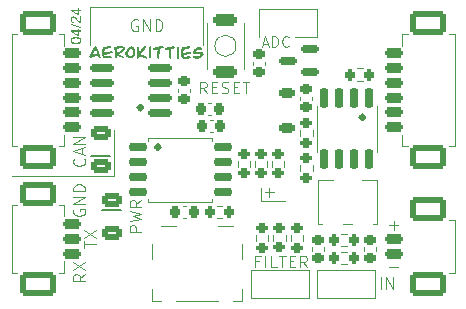
<source format=gto>
G04 #@! TF.GenerationSoftware,KiCad,Pcbnew,8.0.1*
G04 #@! TF.CreationDate,2024-03-30T02:10:16+03:00*
G04 #@! TF.ProjectId,Piezo module,5069657a-6f20-46d6-9f64-756c652e6b69,rev?*
G04 #@! TF.SameCoordinates,Original*
G04 #@! TF.FileFunction,Legend,Top*
G04 #@! TF.FilePolarity,Positive*
%FSLAX46Y46*%
G04 Gerber Fmt 4.6, Leading zero omitted, Abs format (unit mm)*
G04 Created by KiCad (PCBNEW 8.0.1) date 2024-03-30 02:10:16*
%MOMM*%
%LPD*%
G01*
G04 APERTURE LIST*
G04 Aperture macros list*
%AMRoundRect*
0 Rectangle with rounded corners*
0 $1 Rounding radius*
0 $2 $3 $4 $5 $6 $7 $8 $9 X,Y pos of 4 corners*
0 Add a 4 corners polygon primitive as box body*
4,1,4,$2,$3,$4,$5,$6,$7,$8,$9,$2,$3,0*
0 Add four circle primitives for the rounded corners*
1,1,$1+$1,$2,$3*
1,1,$1+$1,$4,$5*
1,1,$1+$1,$6,$7*
1,1,$1+$1,$8,$9*
0 Add four rect primitives between the rounded corners*
20,1,$1+$1,$2,$3,$4,$5,0*
20,1,$1+$1,$4,$5,$6,$7,0*
20,1,$1+$1,$6,$7,$8,$9,0*
20,1,$1+$1,$8,$9,$2,$3,0*%
%AMFreePoly0*
4,1,9,3.862500,-0.866500,0.737500,-0.866500,0.737500,-0.450000,-0.737500,-0.450000,-0.737500,0.450000,0.737500,0.450000,0.737500,0.866500,3.862500,0.866500,3.862500,-0.866500,3.862500,-0.866500,$1*%
G04 Aperture macros list end*
%ADD10C,0.120000*%
%ADD11C,0.100000*%
%ADD12C,0.350000*%
%ADD13C,0.150000*%
%ADD14C,0.000000*%
%ADD15R,1.500000X0.900000*%
%ADD16RoundRect,0.225000X-0.225000X-0.250000X0.225000X-0.250000X0.225000X0.250000X-0.225000X0.250000X0*%
%ADD17RoundRect,0.225000X-0.250000X0.225000X-0.250000X-0.225000X0.250000X-0.225000X0.250000X0.225000X0*%
%ADD18RoundRect,0.200000X-0.200000X-0.275000X0.200000X-0.275000X0.200000X0.275000X-0.200000X0.275000X0*%
%ADD19RoundRect,0.250000X-0.750000X-0.250000X0.750000X-0.250000X0.750000X0.250000X-0.750000X0.250000X0*%
%ADD20C,2.000000*%
%ADD21RoundRect,0.200000X0.275000X-0.200000X0.275000X0.200000X-0.275000X0.200000X-0.275000X-0.200000X0*%
%ADD22C,2.600000*%
%ADD23C,0.700000*%
%ADD24C,4.400000*%
%ADD25RoundRect,0.150000X-0.150000X0.725000X-0.150000X-0.725000X0.150000X-0.725000X0.150000X0.725000X0*%
%ADD26RoundRect,0.200000X0.600000X-0.200000X0.600000X0.200000X-0.600000X0.200000X-0.600000X-0.200000X0*%
%ADD27RoundRect,0.250001X1.249999X-0.799999X1.249999X0.799999X-1.249999X0.799999X-1.249999X-0.799999X0*%
%ADD28RoundRect,0.200000X-0.600000X0.200000X-0.600000X-0.200000X0.600000X-0.200000X0.600000X0.200000X0*%
%ADD29RoundRect,0.250001X-1.249999X0.799999X-1.249999X-0.799999X1.249999X-0.799999X1.249999X0.799999X0*%
%ADD30RoundRect,0.200000X-0.275000X0.200000X-0.275000X-0.200000X0.275000X-0.200000X0.275000X0.200000X0*%
%ADD31RoundRect,0.250000X0.625000X-0.375000X0.625000X0.375000X-0.625000X0.375000X-0.625000X-0.375000X0*%
%ADD32RoundRect,0.150000X0.825000X0.150000X-0.825000X0.150000X-0.825000X-0.150000X0.825000X-0.150000X0*%
%ADD33RoundRect,0.200000X0.200000X0.275000X-0.200000X0.275000X-0.200000X-0.275000X0.200000X-0.275000X0*%
%ADD34RoundRect,0.250000X-0.625000X0.375000X-0.625000X-0.375000X0.625000X-0.375000X0.625000X0.375000X0*%
%ADD35RoundRect,0.225000X0.425000X0.225000X-0.425000X0.225000X-0.425000X-0.225000X0.425000X-0.225000X0*%
%ADD36FreePoly0,180.000000*%
%ADD37C,0.500000*%
%ADD38R,0.400000X1.800000*%
%ADD39O,1.090000X2.000000*%
%ADD40O,1.050000X1.600000*%
%ADD41RoundRect,0.225000X0.250000X-0.225000X0.250000X0.225000X-0.250000X0.225000X-0.250000X-0.225000X0*%
%ADD42RoundRect,0.150000X0.587500X0.150000X-0.587500X0.150000X-0.587500X-0.150000X0.587500X-0.150000X0*%
%ADD43RoundRect,0.225000X0.225000X0.250000X-0.225000X0.250000X-0.225000X-0.250000X0.225000X-0.250000X0*%
%ADD44R,1.300000X1.600000*%
%ADD45R,2.000000X1.600000*%
%ADD46RoundRect,0.150000X-0.650000X-0.150000X0.650000X-0.150000X0.650000X0.150000X-0.650000X0.150000X0*%
%ADD47C,1.000000*%
%ADD48C,0.900000*%
G04 APERTURE END LIST*
D10*
X141726000Y-98995000D02*
X141726000Y-102880000D01*
X141726000Y-102880000D02*
X133054500Y-102880000D01*
D11*
X154289217Y-91691514D02*
X154717789Y-91691514D01*
X154203503Y-91948657D02*
X154503503Y-91048657D01*
X154503503Y-91048657D02*
X154803503Y-91948657D01*
X155103503Y-91948657D02*
X155103503Y-91048657D01*
X155103503Y-91048657D02*
X155317789Y-91048657D01*
X155317789Y-91048657D02*
X155446360Y-91091514D01*
X155446360Y-91091514D02*
X155532075Y-91177228D01*
X155532075Y-91177228D02*
X155574932Y-91262942D01*
X155574932Y-91262942D02*
X155617789Y-91434371D01*
X155617789Y-91434371D02*
X155617789Y-91562942D01*
X155617789Y-91562942D02*
X155574932Y-91734371D01*
X155574932Y-91734371D02*
X155532075Y-91820085D01*
X155532075Y-91820085D02*
X155446360Y-91905800D01*
X155446360Y-91905800D02*
X155317789Y-91948657D01*
X155317789Y-91948657D02*
X155103503Y-91948657D01*
X156517789Y-91862942D02*
X156474932Y-91905800D01*
X156474932Y-91905800D02*
X156346360Y-91948657D01*
X156346360Y-91948657D02*
X156260646Y-91948657D01*
X156260646Y-91948657D02*
X156132075Y-91905800D01*
X156132075Y-91905800D02*
X156046360Y-91820085D01*
X156046360Y-91820085D02*
X156003503Y-91734371D01*
X156003503Y-91734371D02*
X155960646Y-91562942D01*
X155960646Y-91562942D02*
X155960646Y-91434371D01*
X155960646Y-91434371D02*
X156003503Y-91262942D01*
X156003503Y-91262942D02*
X156046360Y-91177228D01*
X156046360Y-91177228D02*
X156132075Y-91091514D01*
X156132075Y-91091514D02*
X156260646Y-91048657D01*
X156260646Y-91048657D02*
X156346360Y-91048657D01*
X156346360Y-91048657D02*
X156474932Y-91091514D01*
X156474932Y-91091514D02*
X156517789Y-91134371D01*
X144032419Y-107621544D02*
X143032419Y-107621544D01*
X143032419Y-107621544D02*
X143032419Y-107240592D01*
X143032419Y-107240592D02*
X143080038Y-107145354D01*
X143080038Y-107145354D02*
X143127657Y-107097735D01*
X143127657Y-107097735D02*
X143222895Y-107050116D01*
X143222895Y-107050116D02*
X143365752Y-107050116D01*
X143365752Y-107050116D02*
X143460990Y-107097735D01*
X143460990Y-107097735D02*
X143508609Y-107145354D01*
X143508609Y-107145354D02*
X143556228Y-107240592D01*
X143556228Y-107240592D02*
X143556228Y-107621544D01*
X143032419Y-106716782D02*
X144032419Y-106478687D01*
X144032419Y-106478687D02*
X143318133Y-106288211D01*
X143318133Y-106288211D02*
X144032419Y-106097735D01*
X144032419Y-106097735D02*
X143032419Y-105859640D01*
X144032419Y-104907259D02*
X143556228Y-105240592D01*
X144032419Y-105478687D02*
X143032419Y-105478687D01*
X143032419Y-105478687D02*
X143032419Y-105097735D01*
X143032419Y-105097735D02*
X143080038Y-105002497D01*
X143080038Y-105002497D02*
X143127657Y-104954878D01*
X143127657Y-104954878D02*
X143222895Y-104907259D01*
X143222895Y-104907259D02*
X143365752Y-104907259D01*
X143365752Y-104907259D02*
X143460990Y-104954878D01*
X143460990Y-104954878D02*
X143508609Y-105002497D01*
X143508609Y-105002497D02*
X143556228Y-105097735D01*
X143556228Y-105097735D02*
X143556228Y-105478687D01*
X139159419Y-108931115D02*
X139159419Y-108359687D01*
X140159419Y-108645401D02*
X139159419Y-108645401D01*
X139159419Y-108121591D02*
X140159419Y-107454925D01*
X139159419Y-107454925D02*
X140159419Y-108121591D01*
X164275384Y-112446919D02*
X164275384Y-111446919D01*
X164751574Y-112446919D02*
X164751574Y-111446919D01*
X164751574Y-111446919D02*
X165323002Y-112446919D01*
X165323002Y-112446919D02*
X165323002Y-111446919D01*
G36*
X138545189Y-91102788D02*
G01*
X138597631Y-91106250D01*
X138646457Y-91112020D01*
X138691665Y-91120099D01*
X138752697Y-91136544D01*
X138805591Y-91158182D01*
X138850348Y-91185014D01*
X138886967Y-91217039D01*
X138915449Y-91254257D01*
X138935793Y-91296668D01*
X138947999Y-91344272D01*
X138952068Y-91397070D01*
X138947999Y-91449789D01*
X138935793Y-91497323D01*
X138915449Y-91539671D01*
X138886967Y-91576833D01*
X138850348Y-91608811D01*
X138805591Y-91635602D01*
X138752697Y-91657209D01*
X138691665Y-91673629D01*
X138646457Y-91681696D01*
X138597631Y-91687457D01*
X138545189Y-91690914D01*
X138489130Y-91692066D01*
X138432752Y-91690914D01*
X138380011Y-91687457D01*
X138330907Y-91681696D01*
X138285441Y-91673629D01*
X138224061Y-91657209D01*
X138170865Y-91635602D01*
X138125854Y-91608811D01*
X138089026Y-91576833D01*
X138060382Y-91539671D01*
X138039922Y-91497323D01*
X138027646Y-91449789D01*
X138023571Y-91397290D01*
X138122033Y-91397290D01*
X138128467Y-91442048D01*
X138150706Y-91484235D01*
X138184303Y-91515411D01*
X138203366Y-91527203D01*
X138244754Y-91544504D01*
X138289623Y-91555952D01*
X138333637Y-91563107D01*
X138383672Y-91568094D01*
X138428036Y-91570522D01*
X138476254Y-91571563D01*
X138488910Y-91571606D01*
X138537978Y-91570912D01*
X138583185Y-91568831D01*
X138634265Y-91564278D01*
X138679313Y-91557556D01*
X138725407Y-91546629D01*
X138768206Y-91529934D01*
X138773355Y-91527203D01*
X138812140Y-91498885D01*
X138840347Y-91459876D01*
X138852884Y-91412924D01*
X138853589Y-91397290D01*
X138847243Y-91352230D01*
X138825304Y-91309872D01*
X138792160Y-91278687D01*
X138773355Y-91266937D01*
X138732245Y-91249550D01*
X138687598Y-91238046D01*
X138643757Y-91230855D01*
X138593883Y-91225844D01*
X138549641Y-91223404D01*
X138501539Y-91222358D01*
X138488910Y-91222314D01*
X138439729Y-91223011D01*
X138394402Y-91225103D01*
X138343162Y-91229679D01*
X138297944Y-91236433D01*
X138251630Y-91247415D01*
X138208556Y-91264192D01*
X138203366Y-91266937D01*
X138164050Y-91295201D01*
X138135456Y-91334313D01*
X138122748Y-91381539D01*
X138122033Y-91397290D01*
X138023571Y-91397290D01*
X138023554Y-91397070D01*
X138027646Y-91344272D01*
X138039922Y-91296668D01*
X138060382Y-91254257D01*
X138089026Y-91217039D01*
X138125854Y-91185014D01*
X138170865Y-91158182D01*
X138224061Y-91136544D01*
X138285441Y-91120099D01*
X138330907Y-91112020D01*
X138380011Y-91106250D01*
X138432752Y-91102788D01*
X138489130Y-91101634D01*
X138545189Y-91102788D01*
G37*
G36*
X138726974Y-90525270D02*
G01*
X138938000Y-90525270D01*
X138938000Y-90641993D01*
X138726974Y-90641993D01*
X138726974Y-91029094D01*
X138628495Y-91029094D01*
X138060637Y-90641993D01*
X138208861Y-90641993D01*
X138628495Y-90920284D01*
X138628495Y-90641993D01*
X138208861Y-90641993D01*
X138060637Y-90641993D01*
X138023554Y-90616714D01*
X138023554Y-90525270D01*
X138628495Y-90525270D01*
X138628495Y-90402831D01*
X138726974Y-90402831D01*
X138726974Y-90525270D01*
G37*
G36*
X138037623Y-89995727D02*
G01*
X138938000Y-90257750D01*
X138938000Y-90347436D01*
X138037623Y-90085413D01*
X138037623Y-89995727D01*
G37*
G36*
X138938000Y-89358253D02*
G01*
X138938000Y-89958577D01*
X138892824Y-89954526D01*
X138848795Y-89942372D01*
X138805915Y-89922115D01*
X138782588Y-89907360D01*
X138743309Y-89876296D01*
X138711055Y-89845985D01*
X138676405Y-89809661D01*
X138645700Y-89774798D01*
X138613332Y-89735759D01*
X138599919Y-89718975D01*
X138567057Y-89678288D01*
X138536343Y-89641820D01*
X138502319Y-89603625D01*
X138471387Y-89571505D01*
X138434952Y-89538127D01*
X138426702Y-89531470D01*
X138388975Y-89506924D01*
X138343835Y-89489072D01*
X138300309Y-89481485D01*
X138280083Y-89480692D01*
X138233170Y-89485809D01*
X138190465Y-89503063D01*
X138164238Y-89523996D01*
X138138519Y-89561420D01*
X138125371Y-89604415D01*
X138122033Y-89645775D01*
X138127098Y-89690161D01*
X138144177Y-89733309D01*
X138164898Y-89762060D01*
X138199120Y-89790195D01*
X138242850Y-89808408D01*
X138290854Y-89816355D01*
X138290854Y-89936815D01*
X138246910Y-89930710D01*
X138199998Y-89917532D01*
X138157778Y-89897832D01*
X138120248Y-89871610D01*
X138096314Y-89848888D01*
X138067963Y-89812295D01*
X138046576Y-89770990D01*
X138032152Y-89724972D01*
X138024691Y-89674242D01*
X138023554Y-89643138D01*
X138026074Y-89594539D01*
X138033632Y-89550299D01*
X138048818Y-89504194D01*
X138070862Y-89464022D01*
X138095215Y-89434310D01*
X138133203Y-89402093D01*
X138175724Y-89379081D01*
X138222779Y-89365273D01*
X138267671Y-89360743D01*
X138274367Y-89360671D01*
X138321642Y-89364078D01*
X138366087Y-89374300D01*
X138407701Y-89391336D01*
X138446485Y-89415186D01*
X138481874Y-89444084D01*
X138516645Y-89477041D01*
X138548750Y-89510279D01*
X138583699Y-89548765D01*
X138613706Y-89583333D01*
X138645533Y-89621261D01*
X138653774Y-89631267D01*
X138685500Y-89669183D01*
X138721033Y-89709612D01*
X138751982Y-89742302D01*
X138787612Y-89775068D01*
X138825452Y-89795912D01*
X138825452Y-89358253D01*
X138938000Y-89358253D01*
G37*
G36*
X138726974Y-88773755D02*
G01*
X138938000Y-88773755D01*
X138938000Y-88890479D01*
X138726974Y-88890479D01*
X138726974Y-89277579D01*
X138628495Y-89277579D01*
X138060637Y-88890479D01*
X138208861Y-88890479D01*
X138628495Y-89168769D01*
X138628495Y-88890479D01*
X138208861Y-88890479D01*
X138060637Y-88890479D01*
X138023554Y-88865200D01*
X138023554Y-88773755D01*
X138628495Y-88773755D01*
X138628495Y-88651316D01*
X138726974Y-88651316D01*
X138726974Y-88773755D01*
G37*
X153995955Y-110083609D02*
X153662622Y-110083609D01*
X153662622Y-110607419D02*
X153662622Y-109607419D01*
X153662622Y-109607419D02*
X154138812Y-109607419D01*
X154519765Y-110607419D02*
X154519765Y-109607419D01*
X155472145Y-110607419D02*
X154995955Y-110607419D01*
X154995955Y-110607419D02*
X154995955Y-109607419D01*
X155662622Y-109607419D02*
X156234050Y-109607419D01*
X155948336Y-110607419D02*
X155948336Y-109607419D01*
X156567384Y-110083609D02*
X156900717Y-110083609D01*
X157043574Y-110607419D02*
X156567384Y-110607419D01*
X156567384Y-110607419D02*
X156567384Y-109607419D01*
X156567384Y-109607419D02*
X157043574Y-109607419D01*
X158043574Y-110607419D02*
X157710241Y-110131228D01*
X157472146Y-110607419D02*
X157472146Y-109607419D01*
X157472146Y-109607419D02*
X157853098Y-109607419D01*
X157853098Y-109607419D02*
X157948336Y-109655038D01*
X157948336Y-109655038D02*
X157995955Y-109702657D01*
X157995955Y-109702657D02*
X158043574Y-109797895D01*
X158043574Y-109797895D02*
X158043574Y-109940752D01*
X158043574Y-109940752D02*
X157995955Y-110035990D01*
X157995955Y-110035990D02*
X157948336Y-110083609D01*
X157948336Y-110083609D02*
X157853098Y-110131228D01*
X157853098Y-110131228D02*
X157472146Y-110131228D01*
X164990884Y-110586466D02*
X165752789Y-110586466D01*
X139262419Y-111184687D02*
X138786228Y-111518020D01*
X139262419Y-111756115D02*
X138262419Y-111756115D01*
X138262419Y-111756115D02*
X138262419Y-111375163D01*
X138262419Y-111375163D02*
X138310038Y-111279925D01*
X138310038Y-111279925D02*
X138357657Y-111232306D01*
X138357657Y-111232306D02*
X138452895Y-111184687D01*
X138452895Y-111184687D02*
X138595752Y-111184687D01*
X138595752Y-111184687D02*
X138690990Y-111232306D01*
X138690990Y-111232306D02*
X138738609Y-111279925D01*
X138738609Y-111279925D02*
X138786228Y-111375163D01*
X138786228Y-111375163D02*
X138786228Y-111756115D01*
X138262419Y-110851353D02*
X139262419Y-110184687D01*
X138262419Y-110184687D02*
X139262419Y-110851353D01*
X149539312Y-95882419D02*
X149205979Y-95406228D01*
X148967884Y-95882419D02*
X148967884Y-94882419D01*
X148967884Y-94882419D02*
X149348836Y-94882419D01*
X149348836Y-94882419D02*
X149444074Y-94930038D01*
X149444074Y-94930038D02*
X149491693Y-94977657D01*
X149491693Y-94977657D02*
X149539312Y-95072895D01*
X149539312Y-95072895D02*
X149539312Y-95215752D01*
X149539312Y-95215752D02*
X149491693Y-95310990D01*
X149491693Y-95310990D02*
X149444074Y-95358609D01*
X149444074Y-95358609D02*
X149348836Y-95406228D01*
X149348836Y-95406228D02*
X148967884Y-95406228D01*
X149967884Y-95358609D02*
X150301217Y-95358609D01*
X150444074Y-95882419D02*
X149967884Y-95882419D01*
X149967884Y-95882419D02*
X149967884Y-94882419D01*
X149967884Y-94882419D02*
X150444074Y-94882419D01*
X150825027Y-95834800D02*
X150967884Y-95882419D01*
X150967884Y-95882419D02*
X151205979Y-95882419D01*
X151205979Y-95882419D02*
X151301217Y-95834800D01*
X151301217Y-95834800D02*
X151348836Y-95787180D01*
X151348836Y-95787180D02*
X151396455Y-95691942D01*
X151396455Y-95691942D02*
X151396455Y-95596704D01*
X151396455Y-95596704D02*
X151348836Y-95501466D01*
X151348836Y-95501466D02*
X151301217Y-95453847D01*
X151301217Y-95453847D02*
X151205979Y-95406228D01*
X151205979Y-95406228D02*
X151015503Y-95358609D01*
X151015503Y-95358609D02*
X150920265Y-95310990D01*
X150920265Y-95310990D02*
X150872646Y-95263371D01*
X150872646Y-95263371D02*
X150825027Y-95168133D01*
X150825027Y-95168133D02*
X150825027Y-95072895D01*
X150825027Y-95072895D02*
X150872646Y-94977657D01*
X150872646Y-94977657D02*
X150920265Y-94930038D01*
X150920265Y-94930038D02*
X151015503Y-94882419D01*
X151015503Y-94882419D02*
X151253598Y-94882419D01*
X151253598Y-94882419D02*
X151396455Y-94930038D01*
X151825027Y-95358609D02*
X152158360Y-95358609D01*
X152301217Y-95882419D02*
X151825027Y-95882419D01*
X151825027Y-95882419D02*
X151825027Y-94882419D01*
X151825027Y-94882419D02*
X152301217Y-94882419D01*
X152586932Y-94882419D02*
X153158360Y-94882419D01*
X152872646Y-95882419D02*
X152872646Y-94882419D01*
X164990884Y-107038466D02*
X165752789Y-107038466D01*
X165371836Y-107419419D02*
X165371836Y-106657514D01*
X139167180Y-101407687D02*
X139214800Y-101455306D01*
X139214800Y-101455306D02*
X139262419Y-101598163D01*
X139262419Y-101598163D02*
X139262419Y-101693401D01*
X139262419Y-101693401D02*
X139214800Y-101836258D01*
X139214800Y-101836258D02*
X139119561Y-101931496D01*
X139119561Y-101931496D02*
X139024323Y-101979115D01*
X139024323Y-101979115D02*
X138833847Y-102026734D01*
X138833847Y-102026734D02*
X138690990Y-102026734D01*
X138690990Y-102026734D02*
X138500514Y-101979115D01*
X138500514Y-101979115D02*
X138405276Y-101931496D01*
X138405276Y-101931496D02*
X138310038Y-101836258D01*
X138310038Y-101836258D02*
X138262419Y-101693401D01*
X138262419Y-101693401D02*
X138262419Y-101598163D01*
X138262419Y-101598163D02*
X138310038Y-101455306D01*
X138310038Y-101455306D02*
X138357657Y-101407687D01*
X138976704Y-101026734D02*
X138976704Y-100550544D01*
X139262419Y-101121972D02*
X138262419Y-100788639D01*
X138262419Y-100788639D02*
X139262419Y-100455306D01*
X139262419Y-100121972D02*
X138262419Y-100121972D01*
X138262419Y-100121972D02*
X139262419Y-99550544D01*
X139262419Y-99550544D02*
X138262419Y-99550544D01*
X143710383Y-89654538D02*
X143615145Y-89606919D01*
X143615145Y-89606919D02*
X143472288Y-89606919D01*
X143472288Y-89606919D02*
X143329431Y-89654538D01*
X143329431Y-89654538D02*
X143234193Y-89749776D01*
X143234193Y-89749776D02*
X143186574Y-89845014D01*
X143186574Y-89845014D02*
X143138955Y-90035490D01*
X143138955Y-90035490D02*
X143138955Y-90178347D01*
X143138955Y-90178347D02*
X143186574Y-90368823D01*
X143186574Y-90368823D02*
X143234193Y-90464061D01*
X143234193Y-90464061D02*
X143329431Y-90559300D01*
X143329431Y-90559300D02*
X143472288Y-90606919D01*
X143472288Y-90606919D02*
X143567526Y-90606919D01*
X143567526Y-90606919D02*
X143710383Y-90559300D01*
X143710383Y-90559300D02*
X143758002Y-90511680D01*
X143758002Y-90511680D02*
X143758002Y-90178347D01*
X143758002Y-90178347D02*
X143567526Y-90178347D01*
X144186574Y-90606919D02*
X144186574Y-89606919D01*
X144186574Y-89606919D02*
X144758002Y-90606919D01*
X144758002Y-90606919D02*
X144758002Y-89606919D01*
X145234193Y-90606919D02*
X145234193Y-89606919D01*
X145234193Y-89606919D02*
X145472288Y-89606919D01*
X145472288Y-89606919D02*
X145615145Y-89654538D01*
X145615145Y-89654538D02*
X145710383Y-89749776D01*
X145710383Y-89749776D02*
X145758002Y-89845014D01*
X145758002Y-89845014D02*
X145805621Y-90035490D01*
X145805621Y-90035490D02*
X145805621Y-90178347D01*
X145805621Y-90178347D02*
X145758002Y-90368823D01*
X145758002Y-90368823D02*
X145710383Y-90464061D01*
X145710383Y-90464061D02*
X145615145Y-90559300D01*
X145615145Y-90559300D02*
X145472288Y-90606919D01*
X145472288Y-90606919D02*
X145234193Y-90606919D01*
X138308038Y-105678306D02*
X138260419Y-105773544D01*
X138260419Y-105773544D02*
X138260419Y-105916401D01*
X138260419Y-105916401D02*
X138308038Y-106059258D01*
X138308038Y-106059258D02*
X138403276Y-106154496D01*
X138403276Y-106154496D02*
X138498514Y-106202115D01*
X138498514Y-106202115D02*
X138688990Y-106249734D01*
X138688990Y-106249734D02*
X138831847Y-106249734D01*
X138831847Y-106249734D02*
X139022323Y-106202115D01*
X139022323Y-106202115D02*
X139117561Y-106154496D01*
X139117561Y-106154496D02*
X139212800Y-106059258D01*
X139212800Y-106059258D02*
X139260419Y-105916401D01*
X139260419Y-105916401D02*
X139260419Y-105821163D01*
X139260419Y-105821163D02*
X139212800Y-105678306D01*
X139212800Y-105678306D02*
X139165180Y-105630687D01*
X139165180Y-105630687D02*
X138831847Y-105630687D01*
X138831847Y-105630687D02*
X138831847Y-105821163D01*
X139260419Y-105202115D02*
X138260419Y-105202115D01*
X138260419Y-105202115D02*
X139260419Y-104630687D01*
X139260419Y-104630687D02*
X138260419Y-104630687D01*
X139260419Y-104154496D02*
X138260419Y-104154496D01*
X138260419Y-104154496D02*
X138260419Y-103916401D01*
X138260419Y-103916401D02*
X138308038Y-103773544D01*
X138308038Y-103773544D02*
X138403276Y-103678306D01*
X138403276Y-103678306D02*
X138498514Y-103630687D01*
X138498514Y-103630687D02*
X138688990Y-103583068D01*
X138688990Y-103583068D02*
X138831847Y-103583068D01*
X138831847Y-103583068D02*
X139022323Y-103630687D01*
X139022323Y-103630687D02*
X139117561Y-103678306D01*
X139117561Y-103678306D02*
X139212800Y-103773544D01*
X139212800Y-103773544D02*
X139260419Y-103916401D01*
X139260419Y-103916401D02*
X139260419Y-104154496D01*
D10*
X154164000Y-104963000D02*
X154164000Y-103873000D01*
X154164000Y-104963000D02*
X156207000Y-104963000D01*
X154461000Y-104263000D02*
X155241000Y-104263000D01*
X154851000Y-104653000D02*
X154851000Y-103873000D01*
X149805420Y-98144000D02*
X150086580Y-98144000D01*
X149805420Y-99164000D02*
X150086580Y-99164000D01*
X153451000Y-93177420D02*
X153451000Y-93458580D01*
X154471000Y-93177420D02*
X154471000Y-93458580D01*
X160947242Y-109277500D02*
X161421758Y-109277500D01*
X160947242Y-110322500D02*
X161421758Y-110322500D01*
D11*
X149539000Y-89925000D02*
X149539000Y-93775000D01*
X152739000Y-89925000D02*
X152739000Y-93775000D01*
X152039000Y-91850000D02*
G75*
G02*
X150239000Y-91850000I-900000J0D01*
G01*
X150239000Y-91850000D02*
G75*
G02*
X152039000Y-91850000I900000J0D01*
G01*
D10*
X158885500Y-110835000D02*
X158885500Y-113235000D01*
X158885500Y-113235000D02*
X163785500Y-113235000D01*
X163785500Y-110835000D02*
X158885500Y-110835000D01*
X163785500Y-113235000D02*
X163785500Y-110835000D01*
X155195000Y-108335258D02*
X155195000Y-107860742D01*
X156240000Y-108335258D02*
X156240000Y-107860742D01*
X139666500Y-88595000D02*
X149266500Y-88595000D01*
X139666500Y-91795000D02*
X139666500Y-88595000D01*
X149266500Y-88595000D02*
X149266500Y-91795000D01*
X158870500Y-98866000D02*
X158870500Y-96916000D01*
X158870500Y-98866000D02*
X158870500Y-100816000D01*
X163990500Y-98866000D02*
X163990500Y-96916000D01*
X163990500Y-98866000D02*
X163990500Y-100816000D01*
D12*
X162905500Y-97906000D02*
G75*
G02*
X162555500Y-97906000I-175000J0D01*
G01*
X162555500Y-97906000D02*
G75*
G02*
X162905500Y-97906000I175000J0D01*
G01*
D10*
X170090500Y-111050000D02*
X170540500Y-111050000D01*
X170540500Y-106580000D02*
X170090500Y-106580000D01*
X170540500Y-111050000D02*
X170540500Y-106580000D01*
X156688501Y-108337258D02*
X156688501Y-107862742D01*
X157733501Y-108337258D02*
X157733501Y-107862742D01*
X133054500Y-90880000D02*
X133054500Y-100350000D01*
X133054500Y-100350000D02*
X133504500Y-100350000D01*
X133504500Y-90880000D02*
X133054500Y-90880000D01*
X137024500Y-90880000D02*
X137474500Y-90880000D01*
X137024500Y-100350000D02*
X137474500Y-100350000D01*
X137474500Y-90880000D02*
X137474500Y-91830000D01*
X137474500Y-100350000D02*
X137474500Y-99400000D01*
X155089500Y-101594742D02*
X155089500Y-102069258D01*
X156134500Y-101594742D02*
X156134500Y-102069258D01*
D13*
X139791000Y-101165000D02*
X141391000Y-101165000D01*
D12*
X144101000Y-97085000D02*
G75*
G02*
X143751000Y-97085000I-175000J0D01*
G01*
X143751000Y-97085000D02*
G75*
G02*
X144101000Y-97085000I175000J0D01*
G01*
D10*
X153701499Y-108336258D02*
X153701499Y-107861742D01*
X154746499Y-108336258D02*
X154746499Y-107861742D01*
X161421758Y-107777500D02*
X160947242Y-107777500D01*
X161421758Y-108822500D02*
X160947242Y-108822500D01*
D13*
X142322000Y-105754000D02*
X140722000Y-105754000D01*
D10*
X153626500Y-102069258D02*
X153626500Y-101594742D01*
X154671500Y-102069258D02*
X154671500Y-101594742D01*
D14*
G36*
X144828264Y-91905337D02*
G01*
X144846939Y-91944775D01*
X144850396Y-91980455D01*
X144849746Y-92041720D01*
X144847856Y-92119875D01*
X144844931Y-92210638D01*
X144841177Y-92309726D01*
X144836799Y-92412858D01*
X144832003Y-92515750D01*
X144826995Y-92614120D01*
X144821981Y-92703685D01*
X144817165Y-92780163D01*
X144812754Y-92839272D01*
X144808953Y-92876729D01*
X144806842Y-92887598D01*
X144783591Y-92914317D01*
X144749758Y-92917157D01*
X144710817Y-92896185D01*
X144699974Y-92886285D01*
X144687510Y-92872214D01*
X144678238Y-92855527D01*
X144671412Y-92831585D01*
X144666287Y-92795748D01*
X144662115Y-92743377D01*
X144658152Y-92669835D01*
X144655347Y-92608788D01*
X144652331Y-92507402D01*
X144651528Y-92396676D01*
X144652875Y-92288053D01*
X144656306Y-92192980D01*
X144657880Y-92166590D01*
X144663649Y-92086436D01*
X144669040Y-92029760D01*
X144675171Y-91991246D01*
X144683156Y-91965579D01*
X144694113Y-91947444D01*
X144706765Y-91933819D01*
X144754762Y-91898750D01*
X144796400Y-91889625D01*
X144828264Y-91905337D01*
G37*
G36*
X147192396Y-91919752D02*
G01*
X147211071Y-91959191D01*
X147214527Y-91994870D01*
X147213878Y-92056135D01*
X147211987Y-92134290D01*
X147209062Y-92225053D01*
X147205308Y-92324142D01*
X147200931Y-92427273D01*
X147196135Y-92530165D01*
X147191127Y-92628535D01*
X147186112Y-92718100D01*
X147181297Y-92794579D01*
X147176885Y-92853688D01*
X147173084Y-92891145D01*
X147170974Y-92902013D01*
X147147722Y-92928732D01*
X147113889Y-92931572D01*
X147074949Y-92910600D01*
X147064105Y-92900700D01*
X147051642Y-92886630D01*
X147042370Y-92869943D01*
X147035544Y-92846000D01*
X147030419Y-92810163D01*
X147026247Y-92757793D01*
X147022284Y-92684250D01*
X147019479Y-92623203D01*
X147016462Y-92521817D01*
X147015660Y-92411091D01*
X147017007Y-92302469D01*
X147020437Y-92207396D01*
X147022011Y-92181005D01*
X147027780Y-92100852D01*
X147033172Y-92044175D01*
X147039302Y-92005661D01*
X147047288Y-91979995D01*
X147058245Y-91961860D01*
X147070897Y-91948235D01*
X147118894Y-91913165D01*
X147160532Y-91904041D01*
X147192396Y-91919752D01*
G37*
G36*
X145803690Y-91876550D02*
G01*
X145844765Y-91899575D01*
X145877268Y-91931513D01*
X145897728Y-91967102D01*
X145902675Y-92001076D01*
X145888639Y-92028169D01*
X145870248Y-92038724D01*
X145841403Y-92046120D01*
X145792873Y-92055584D01*
X145733561Y-92065429D01*
X145712681Y-92068541D01*
X145587550Y-92086625D01*
X145579425Y-92175377D01*
X145576252Y-92216964D01*
X145572120Y-92281420D01*
X145567372Y-92362813D01*
X145562351Y-92455211D01*
X145557402Y-92552682D01*
X145556462Y-92572035D01*
X145551388Y-92664811D01*
X145545648Y-92748979D01*
X145539651Y-92819862D01*
X145533810Y-92872782D01*
X145528533Y-92903061D01*
X145527037Y-92907194D01*
X145501333Y-92930591D01*
X145465815Y-92929781D01*
X145425647Y-92905193D01*
X145418212Y-92898167D01*
X145381931Y-92861886D01*
X145386433Y-92494167D01*
X145390934Y-92126449D01*
X145347688Y-92135956D01*
X145309307Y-92145998D01*
X145257871Y-92161416D01*
X145225157Y-92172007D01*
X145160157Y-92191144D01*
X145113499Y-92196831D01*
X145077719Y-92188479D01*
X145045355Y-92165499D01*
X145036647Y-92157123D01*
X145002805Y-92111923D01*
X144997191Y-92072055D01*
X145019737Y-92037231D01*
X145046743Y-92022948D01*
X145097161Y-92005011D01*
X145165979Y-91984571D01*
X145248183Y-91962779D01*
X145338757Y-91940789D01*
X145432689Y-91919751D01*
X145524964Y-91900819D01*
X145610569Y-91885145D01*
X145684488Y-91873879D01*
X145741709Y-91868176D01*
X145757513Y-91867706D01*
X145803690Y-91876550D01*
G37*
G36*
X146783940Y-91890966D02*
G01*
X146825015Y-91913990D01*
X146857518Y-91945929D01*
X146877978Y-91981517D01*
X146882925Y-92015491D01*
X146868889Y-92042585D01*
X146850497Y-92053139D01*
X146821652Y-92060536D01*
X146773123Y-92069999D01*
X146713811Y-92079845D01*
X146692931Y-92082957D01*
X146567799Y-92101040D01*
X146559675Y-92189793D01*
X146556502Y-92231379D01*
X146552370Y-92295835D01*
X146547621Y-92377228D01*
X146542601Y-92469627D01*
X146537652Y-92567098D01*
X146536712Y-92586451D01*
X146531638Y-92679226D01*
X146525897Y-92763394D01*
X146519901Y-92834277D01*
X146514059Y-92887197D01*
X146508783Y-92917477D01*
X146507287Y-92921610D01*
X146481583Y-92945006D01*
X146446065Y-92944197D01*
X146405896Y-92919609D01*
X146398462Y-92912582D01*
X146362181Y-92876301D01*
X146366683Y-92508583D01*
X146371184Y-92140864D01*
X146327938Y-92150372D01*
X146289557Y-92160413D01*
X146238121Y-92175831D01*
X146205407Y-92186423D01*
X146140407Y-92205559D01*
X146093749Y-92211246D01*
X146057969Y-92202894D01*
X146025605Y-92179914D01*
X146016897Y-92171539D01*
X145983054Y-92126338D01*
X145977441Y-92086471D01*
X145999987Y-92051646D01*
X146026992Y-92037364D01*
X146077411Y-92019427D01*
X146146229Y-91998986D01*
X146228433Y-91977195D01*
X146319007Y-91955204D01*
X146412939Y-91934167D01*
X146505214Y-91915235D01*
X146590819Y-91899560D01*
X146664738Y-91888295D01*
X146721959Y-91882591D01*
X146737763Y-91882121D01*
X146783940Y-91890966D01*
G37*
G36*
X143302482Y-91907150D02*
G01*
X143370647Y-91948498D01*
X143385217Y-91962302D01*
X143415976Y-92000070D01*
X143439149Y-92044747D01*
X143456432Y-92101872D01*
X143469523Y-92176986D01*
X143479671Y-92270589D01*
X143485664Y-92422380D01*
X143474117Y-92552023D01*
X143444655Y-92660535D01*
X143396905Y-92748928D01*
X143330495Y-92818220D01*
X143262479Y-92861184D01*
X143175835Y-92894942D01*
X143094554Y-92904282D01*
X143010074Y-92889492D01*
X142959494Y-92871319D01*
X142867010Y-92824762D01*
X142785063Y-92767185D01*
X142720597Y-92703963D01*
X142692741Y-92664785D01*
X142663155Y-92588773D01*
X142653188Y-92501094D01*
X142658618Y-92454440D01*
X142862822Y-92454440D01*
X142866423Y-92530181D01*
X142897377Y-92598140D01*
X142935337Y-92640782D01*
X143005684Y-92690442D01*
X143077157Y-92714395D01*
X143146309Y-92711992D01*
X143198086Y-92690381D01*
X143244412Y-92652648D01*
X143276144Y-92603259D01*
X143295643Y-92536844D01*
X143305270Y-92448034D01*
X143305353Y-92446484D01*
X143304953Y-92334941D01*
X143291618Y-92241636D01*
X143265980Y-92169657D01*
X143241340Y-92133925D01*
X143213364Y-92108825D01*
X143184605Y-92100101D01*
X143144778Y-92102744D01*
X143106900Y-92111463D01*
X143073466Y-92130014D01*
X143035795Y-92163951D01*
X143015245Y-92185616D01*
X142937322Y-92281650D01*
X142886485Y-92371427D01*
X142862822Y-92454440D01*
X142658618Y-92454440D01*
X142663574Y-92411864D01*
X142672199Y-92382009D01*
X142695160Y-92334523D01*
X142734494Y-92273425D01*
X142785565Y-92204229D01*
X142843739Y-92132451D01*
X142904380Y-92063604D01*
X142962852Y-92003203D01*
X143014521Y-91956762D01*
X143050558Y-91931887D01*
X143138272Y-91898466D01*
X143223635Y-91890346D01*
X143302482Y-91907150D01*
G37*
G36*
X140172679Y-91891734D02*
G01*
X140221004Y-91932504D01*
X140221237Y-91932770D01*
X140241659Y-91956792D01*
X140259309Y-91980370D01*
X140276137Y-92007504D01*
X140294093Y-92042196D01*
X140315127Y-92088447D01*
X140341191Y-92150260D01*
X140374235Y-92231635D01*
X140407852Y-92315627D01*
X140469028Y-92470846D01*
X140518268Y-92600046D01*
X140555641Y-92703422D01*
X140581214Y-92781165D01*
X140595055Y-92833471D01*
X140597802Y-92854769D01*
X140587261Y-92888482D01*
X140557882Y-92902467D01*
X140513030Y-92895387D01*
X140504101Y-92891989D01*
X140463142Y-92864847D01*
X140427848Y-92817241D01*
X140398523Y-92754255D01*
X140369995Y-92682178D01*
X140292894Y-92683858D01*
X140221586Y-92692953D01*
X140130163Y-92716800D01*
X140022502Y-92754157D01*
X139902477Y-92803785D01*
X139864202Y-92821081D01*
X139807076Y-92845867D01*
X139756717Y-92864982D01*
X139720947Y-92875567D01*
X139711749Y-92876786D01*
X139675631Y-92864449D01*
X139641543Y-92833989D01*
X139618591Y-92795230D01*
X139613948Y-92771276D01*
X139620540Y-92741032D01*
X139638947Y-92689706D01*
X139667117Y-92621493D01*
X139673758Y-92606519D01*
X139904852Y-92606519D01*
X139937791Y-92596588D01*
X139965354Y-92589751D01*
X140013634Y-92579169D01*
X140075026Y-92566472D01*
X140122092Y-92557126D01*
X140186081Y-92544497D01*
X140240313Y-92533524D01*
X140278038Y-92525590D01*
X140291431Y-92522466D01*
X140297051Y-92510921D01*
X140292444Y-92480463D01*
X140277006Y-92428349D01*
X140259861Y-92378711D01*
X140227438Y-92292436D01*
X140200477Y-92231348D01*
X140177433Y-92192666D01*
X140156760Y-92173610D01*
X140144117Y-92170430D01*
X140117974Y-92183828D01*
X140085167Y-92222314D01*
X140047191Y-92283321D01*
X140005543Y-92364286D01*
X139961719Y-92462643D01*
X139934968Y-92529025D01*
X139904852Y-92606519D01*
X139673758Y-92606519D01*
X139702997Y-92540586D01*
X139744535Y-92451180D01*
X139789677Y-92357469D01*
X139836372Y-92263648D01*
X139882566Y-92173910D01*
X139926207Y-92092451D01*
X139965242Y-92023464D01*
X139997618Y-91971144D01*
X140020514Y-91940508D01*
X140073459Y-91895696D01*
X140123839Y-91879451D01*
X140172679Y-91891734D01*
G37*
G36*
X149042060Y-91922651D02*
G01*
X149103001Y-91954418D01*
X149145786Y-92000181D01*
X149163905Y-92044246D01*
X149173506Y-92096834D01*
X149173962Y-92147616D01*
X149164647Y-92186265D01*
X149157688Y-92196378D01*
X149123417Y-92214079D01*
X149086751Y-92205500D01*
X149052843Y-92172186D01*
X149047158Y-92163222D01*
X149017132Y-92125436D01*
X148984846Y-92112804D01*
X148982801Y-92112768D01*
X148944026Y-92120168D01*
X148893474Y-92140188D01*
X148836058Y-92169562D01*
X148776691Y-92205019D01*
X148720285Y-92243294D01*
X148671754Y-92281116D01*
X148636010Y-92315219D01*
X148617966Y-92342334D01*
X148618365Y-92355197D01*
X148633361Y-92362082D01*
X148669956Y-92367088D01*
X148730148Y-92370346D01*
X148815935Y-92371985D01*
X148880784Y-92372246D01*
X148986231Y-92373006D01*
X149067287Y-92375866D01*
X149128365Y-92381693D01*
X149173878Y-92391357D01*
X149208238Y-92405726D01*
X149235860Y-92425668D01*
X149255940Y-92446069D01*
X149291250Y-92504758D01*
X149299051Y-92569006D01*
X149279706Y-92636989D01*
X149233577Y-92706884D01*
X149196512Y-92745865D01*
X149088005Y-92828947D01*
X148963992Y-92888455D01*
X148826667Y-92923570D01*
X148692069Y-92933640D01*
X148618076Y-92930610D01*
X148564222Y-92921303D01*
X148524846Y-92905742D01*
X148463605Y-92858437D01*
X148425189Y-92794484D01*
X148416292Y-92762852D01*
X148415192Y-92735163D01*
X148427301Y-92717619D01*
X148455949Y-92709585D01*
X148504463Y-92710427D01*
X148576173Y-92719510D01*
X148612726Y-92725414D01*
X148721311Y-92738532D01*
X148810555Y-92736921D01*
X148886405Y-92719703D01*
X148954805Y-92686001D01*
X148975720Y-92671859D01*
X149021717Y-92636984D01*
X149045019Y-92613311D01*
X149047682Y-92597254D01*
X149031760Y-92585229D01*
X149026640Y-92583038D01*
X149002507Y-92578691D01*
X148954512Y-92574310D01*
X148887624Y-92570122D01*
X148806809Y-92566353D01*
X148717037Y-92563230D01*
X148623274Y-92560979D01*
X148530489Y-92559826D01*
X148515708Y-92559757D01*
X148484618Y-92550380D01*
X148447795Y-92527257D01*
X148439137Y-92520004D01*
X148398836Y-92466233D01*
X148384217Y-92401791D01*
X148395704Y-92329907D01*
X148409763Y-92295450D01*
X148454837Y-92225008D01*
X148519904Y-92153337D01*
X148599262Y-92084327D01*
X148687207Y-92021872D01*
X148778034Y-91969863D01*
X148866040Y-91932193D01*
X148945521Y-91912752D01*
X148973273Y-91910952D01*
X149042060Y-91922651D01*
G37*
G36*
X141386331Y-91860357D02*
G01*
X141423202Y-91875193D01*
X141433855Y-91882091D01*
X141466800Y-91915150D01*
X141489230Y-91955473D01*
X141496756Y-91993262D01*
X141491810Y-92011453D01*
X141473417Y-92021318D01*
X141433342Y-92032770D01*
X141378535Y-92044010D01*
X141345524Y-92049320D01*
X141215644Y-92071752D01*
X141097907Y-92098909D01*
X140999200Y-92129107D01*
X140964949Y-92142345D01*
X140906841Y-92166698D01*
X140888604Y-92292834D01*
X140881257Y-92349905D01*
X140877105Y-92395358D01*
X140876705Y-92422274D01*
X140877846Y-92426448D01*
X140894588Y-92426837D01*
X140930465Y-92420256D01*
X140968606Y-92410593D01*
X141032838Y-92394005D01*
X141109938Y-92376252D01*
X141193318Y-92358611D01*
X141276391Y-92342361D01*
X141352568Y-92328778D01*
X141415262Y-92319141D01*
X141457884Y-92314728D01*
X141463604Y-92314584D01*
X141514415Y-92324461D01*
X141560603Y-92350016D01*
X141594110Y-92385135D01*
X141606882Y-92423328D01*
X141601882Y-92446982D01*
X141581638Y-92459738D01*
X141552824Y-92465693D01*
X141472776Y-92479777D01*
X141384075Y-92498490D01*
X141291148Y-92520560D01*
X141198420Y-92544715D01*
X141110317Y-92569682D01*
X141031264Y-92594191D01*
X140965689Y-92616969D01*
X140918016Y-92636744D01*
X140892672Y-92652244D01*
X140889969Y-92656186D01*
X140896915Y-92676638D01*
X140925397Y-92699049D01*
X140968743Y-92719440D01*
X141020041Y-92733782D01*
X141070635Y-92737452D01*
X141137608Y-92731418D01*
X141216358Y-92717323D01*
X141306319Y-92700259D01*
X141373286Y-92691549D01*
X141421883Y-92691268D01*
X141456733Y-92699493D01*
X141482459Y-92716300D01*
X141487977Y-92721820D01*
X141513427Y-92757884D01*
X141527171Y-92790294D01*
X141530845Y-92819639D01*
X141522983Y-92842051D01*
X141500061Y-92859306D01*
X141458555Y-92873181D01*
X141394942Y-92885455D01*
X141316600Y-92896508D01*
X141206234Y-92909533D01*
X141119328Y-92916692D01*
X141051119Y-92918021D01*
X140996848Y-92913559D01*
X140951753Y-92903343D01*
X140940299Y-92899520D01*
X140858462Y-92860931D01*
X140795027Y-92808716D01*
X140748611Y-92740240D01*
X140717829Y-92652864D01*
X140701295Y-92543949D01*
X140697397Y-92436819D01*
X140700113Y-92355203D01*
X140707400Y-92268264D01*
X140718296Y-92181737D01*
X140731843Y-92101360D01*
X140747080Y-92032866D01*
X140763046Y-91981993D01*
X140778024Y-91955198D01*
X140810946Y-91939412D01*
X140861147Y-91934997D01*
X140899366Y-91932335D01*
X140957343Y-91923658D01*
X141026968Y-91910350D01*
X141094773Y-91895104D01*
X141197721Y-91871979D01*
X141277814Y-91858587D01*
X141339276Y-91854767D01*
X141386331Y-91860357D01*
G37*
G36*
X148075094Y-91889188D02*
G01*
X148111965Y-91904024D01*
X148122618Y-91910922D01*
X148155563Y-91943981D01*
X148177993Y-91984304D01*
X148185519Y-92022093D01*
X148180573Y-92040284D01*
X148162180Y-92050149D01*
X148122105Y-92061601D01*
X148067298Y-92072841D01*
X148034287Y-92078151D01*
X147904407Y-92100583D01*
X147786670Y-92127739D01*
X147687963Y-92157938D01*
X147653712Y-92171176D01*
X147595604Y-92195529D01*
X147577366Y-92321664D01*
X147570020Y-92378736D01*
X147565868Y-92424189D01*
X147565468Y-92451105D01*
X147566608Y-92455279D01*
X147583351Y-92455668D01*
X147619228Y-92449087D01*
X147657369Y-92439424D01*
X147721601Y-92422836D01*
X147798700Y-92405083D01*
X147882081Y-92387442D01*
X147965153Y-92371192D01*
X148041331Y-92357609D01*
X148104024Y-92347972D01*
X148146647Y-92343559D01*
X148152367Y-92343415D01*
X148203178Y-92353292D01*
X148249365Y-92378847D01*
X148282872Y-92413966D01*
X148295645Y-92452159D01*
X148290645Y-92475813D01*
X148270401Y-92488569D01*
X148241587Y-92494524D01*
X148161539Y-92508608D01*
X148072838Y-92527321D01*
X147979910Y-92549391D01*
X147887182Y-92573545D01*
X147799079Y-92598513D01*
X147720027Y-92623022D01*
X147654452Y-92645800D01*
X147606779Y-92665575D01*
X147581435Y-92681075D01*
X147578732Y-92685017D01*
X147585677Y-92705468D01*
X147614160Y-92727880D01*
X147657506Y-92748271D01*
X147708804Y-92762613D01*
X147759398Y-92766283D01*
X147826370Y-92760249D01*
X147905121Y-92746154D01*
X147995082Y-92729090D01*
X148062049Y-92720380D01*
X148110646Y-92720098D01*
X148145496Y-92728324D01*
X148171222Y-92745131D01*
X148176740Y-92750651D01*
X148202190Y-92786715D01*
X148215934Y-92819124D01*
X148219608Y-92848470D01*
X148211746Y-92870882D01*
X148188824Y-92888136D01*
X148147318Y-92902012D01*
X148083705Y-92914286D01*
X148005363Y-92925339D01*
X147894997Y-92938364D01*
X147808091Y-92945523D01*
X147739882Y-92946852D01*
X147685611Y-92942390D01*
X147640516Y-92932174D01*
X147629062Y-92928351D01*
X147547225Y-92889761D01*
X147483790Y-92837547D01*
X147437374Y-92769071D01*
X147406591Y-92681694D01*
X147390057Y-92572780D01*
X147386160Y-92465650D01*
X147388876Y-92384034D01*
X147396162Y-92297095D01*
X147407059Y-92210568D01*
X147420606Y-92130190D01*
X147435842Y-92061697D01*
X147451809Y-92010823D01*
X147466787Y-91984029D01*
X147499709Y-91968243D01*
X147549910Y-91963828D01*
X147588129Y-91961166D01*
X147646106Y-91952489D01*
X147715731Y-91939181D01*
X147783535Y-91923935D01*
X147886484Y-91900810D01*
X147966577Y-91887418D01*
X148028039Y-91883598D01*
X148075094Y-91889188D01*
G37*
G36*
X144365491Y-91859374D02*
G01*
X144388125Y-91882704D01*
X144398069Y-91901431D01*
X144406947Y-91921124D01*
X144412216Y-91939322D01*
X144412294Y-91958594D01*
X144405604Y-91981508D01*
X144390563Y-92010634D01*
X144365593Y-92048540D01*
X144329113Y-92097796D01*
X144279544Y-92160970D01*
X144215304Y-92240631D01*
X144134815Y-92339349D01*
X144110206Y-92369463D01*
X144059306Y-92432334D01*
X144015912Y-92487060D01*
X143982874Y-92529957D01*
X143963040Y-92557338D01*
X143958621Y-92565621D01*
X143977594Y-92575391D01*
X144017681Y-92592473D01*
X144072816Y-92614553D01*
X144136936Y-92639319D01*
X144203977Y-92664456D01*
X144267876Y-92687651D01*
X144322568Y-92706590D01*
X144356134Y-92717276D01*
X144425415Y-92741822D01*
X144470257Y-92769384D01*
X144495021Y-92804293D01*
X144504068Y-92850882D01*
X144504385Y-92864521D01*
X144500132Y-92901115D01*
X144484372Y-92920441D01*
X144452608Y-92924119D01*
X144400340Y-92913774D01*
X144381854Y-92908709D01*
X144348491Y-92897786D01*
X144293648Y-92878192D01*
X144222621Y-92851939D01*
X144140708Y-92821041D01*
X144053206Y-92787512D01*
X143965412Y-92753363D01*
X143882624Y-92720609D01*
X143816048Y-92693690D01*
X143805156Y-92698042D01*
X143798932Y-92724480D01*
X143796592Y-92770732D01*
X143793184Y-92842400D01*
X143784794Y-92889895D01*
X143769813Y-92917677D01*
X143746638Y-92930205D01*
X143738676Y-92931562D01*
X143700184Y-92925600D01*
X143667169Y-92907627D01*
X143655971Y-92897950D01*
X143647409Y-92886882D01*
X143641060Y-92870639D01*
X143636503Y-92845439D01*
X143633316Y-92807499D01*
X143631079Y-92753037D01*
X143629368Y-92678270D01*
X143627764Y-92579415D01*
X143627324Y-92550127D01*
X143626316Y-92446769D01*
X143626298Y-92345082D01*
X143627200Y-92251348D01*
X143628950Y-92171853D01*
X143631477Y-92112880D01*
X143632440Y-92099335D01*
X143638550Y-92037472D01*
X143646197Y-91996367D01*
X143657932Y-91967964D01*
X143676303Y-91944207D01*
X143684079Y-91936191D01*
X143726101Y-91906148D01*
X143766046Y-91897988D01*
X143797856Y-91911543D01*
X143813909Y-91939783D01*
X143816885Y-91966617D01*
X143818450Y-92016108D01*
X143818550Y-92082114D01*
X143817133Y-92158493D01*
X143816078Y-92192053D01*
X143813865Y-92266564D01*
X143812818Y-92329010D01*
X143812951Y-92374634D01*
X143814278Y-92398678D01*
X143815442Y-92401077D01*
X143827269Y-92387729D01*
X143856446Y-92354296D01*
X143901471Y-92302507D01*
X143960843Y-92234093D01*
X144033061Y-92150782D01*
X144116625Y-92054304D01*
X144210033Y-91946389D01*
X144212631Y-91943387D01*
X144255506Y-91896298D01*
X144287313Y-91868455D01*
X144313706Y-91855620D01*
X144332852Y-91853290D01*
X144365491Y-91859374D01*
G37*
G36*
X142400328Y-91872209D02*
G01*
X142488159Y-91893329D01*
X142556865Y-91926588D01*
X142604213Y-91971564D01*
X142627971Y-92027835D01*
X142630378Y-92055173D01*
X142626321Y-92096712D01*
X142612607Y-92137558D01*
X142586921Y-92180391D01*
X142546949Y-92227889D01*
X142490376Y-92282732D01*
X142414888Y-92347598D01*
X142318169Y-92425167D01*
X142295219Y-92443107D01*
X142238711Y-92487763D01*
X142191510Y-92526272D01*
X142157759Y-92555162D01*
X142141605Y-92570957D01*
X142140798Y-92572550D01*
X142153221Y-92581870D01*
X142186523Y-92600546D01*
X142235449Y-92625759D01*
X142287601Y-92651282D01*
X142383328Y-92700841D01*
X142451967Y-92745153D01*
X142494599Y-92785111D01*
X142512307Y-92821608D01*
X142512466Y-92836903D01*
X142502272Y-92862207D01*
X142478991Y-92872122D01*
X142439474Y-92866505D01*
X142380570Y-92845212D01*
X142344213Y-92829258D01*
X142279384Y-92801674D01*
X142206646Y-92773808D01*
X142132684Y-92747881D01*
X142064184Y-92726113D01*
X142007829Y-92710726D01*
X141970306Y-92703940D01*
X141966524Y-92703801D01*
X141950337Y-92707418D01*
X141941862Y-92722768D01*
X141938735Y-92756602D01*
X141938437Y-92784034D01*
X141935820Y-92834170D01*
X141929112Y-92875801D01*
X141923515Y-92892149D01*
X141897049Y-92914682D01*
X141858601Y-92918386D01*
X141818808Y-92902305D01*
X141817869Y-92901627D01*
X141801785Y-92884375D01*
X141789215Y-92856797D01*
X141779778Y-92815755D01*
X141773096Y-92758107D01*
X141768790Y-92680712D01*
X141766479Y-92580430D01*
X141765796Y-92470293D01*
X141765664Y-92355694D01*
X141938822Y-92355694D01*
X141940042Y-92399450D01*
X141943395Y-92425609D01*
X141946219Y-92429908D01*
X141962616Y-92423955D01*
X141995335Y-92408858D01*
X142014693Y-92399290D01*
X142057616Y-92375061D01*
X142115477Y-92338943D01*
X142181514Y-92295542D01*
X142248964Y-92249464D01*
X142311068Y-92205315D01*
X142361064Y-92167699D01*
X142388920Y-92144369D01*
X142421202Y-92104031D01*
X142426770Y-92070493D01*
X142407315Y-92045619D01*
X142364529Y-92031275D01*
X142300102Y-92029324D01*
X142285623Y-92030502D01*
X142233245Y-92038755D01*
X142166189Y-92053688D01*
X142096979Y-92072434D01*
X142080776Y-92077390D01*
X141956429Y-92116482D01*
X141947558Y-92190306D01*
X141942620Y-92243974D01*
X141939695Y-92301486D01*
X141938822Y-92355694D01*
X141765664Y-92355694D01*
X141765452Y-92171915D01*
X141729066Y-92132654D01*
X141694334Y-92082989D01*
X141680227Y-92034355D01*
X141684243Y-92004468D01*
X141693990Y-91990143D01*
X141714301Y-91976534D01*
X141749321Y-91961992D01*
X141803195Y-91944865D01*
X141880068Y-91923501D01*
X141902399Y-91917560D01*
X142044407Y-91885904D01*
X142176220Y-91868075D01*
X142295605Y-91863651D01*
X142400328Y-91872209D01*
G37*
D10*
X144884500Y-109890000D02*
X144884500Y-108620000D01*
X144884500Y-113446000D02*
X144884500Y-112430000D01*
X145646500Y-113446000D02*
X144884500Y-113446000D01*
X146916500Y-107096000D02*
X145646500Y-107096000D01*
X146916500Y-113446000D02*
X150472500Y-113446000D01*
X151742500Y-107096000D02*
X150472500Y-107096000D01*
X152504500Y-109890000D02*
X152504500Y-108620000D01*
X152504500Y-113446000D02*
X151742500Y-113446000D01*
X152504500Y-113446000D02*
X152504500Y-112430000D01*
X149667420Y-96681000D02*
X149948580Y-96681000D01*
X149667420Y-97701000D02*
X149948580Y-97701000D01*
X166120500Y-90880000D02*
X166120500Y-91830000D01*
X166120500Y-100350000D02*
X166120500Y-99400000D01*
X166570500Y-90880000D02*
X166120500Y-90880000D01*
X166570500Y-100350000D02*
X166120500Y-100350000D01*
X170090500Y-100350000D02*
X170540500Y-100350000D01*
X170540500Y-90880000D02*
X170090500Y-90880000D01*
X170540500Y-100350000D02*
X170540500Y-90880000D01*
X150871258Y-105421500D02*
X150396742Y-105421500D01*
X150871258Y-106466500D02*
X150396742Y-106466500D01*
X153343500Y-110835000D02*
X153343500Y-113235000D01*
X153343500Y-113235000D02*
X158243500Y-113235000D01*
X158243500Y-110835000D02*
X153343500Y-110835000D01*
X158243500Y-113235000D02*
X158243500Y-110835000D01*
X162887500Y-108909420D02*
X162887500Y-109190580D01*
X163907500Y-108909420D02*
X163907500Y-109190580D01*
X157473500Y-99481258D02*
X157473500Y-99006742D01*
X158518500Y-99481258D02*
X158518500Y-99006742D01*
X157486000Y-96421580D02*
X157486000Y-96140420D01*
X158506000Y-96421580D02*
X158506000Y-96140420D01*
X133054500Y-105325000D02*
X133054500Y-111045000D01*
X133054500Y-111045000D02*
X133504500Y-111045000D01*
X133504500Y-105325000D02*
X133054500Y-105325000D01*
X137024500Y-105325000D02*
X137474500Y-105325000D01*
X137024500Y-111045000D02*
X137474500Y-111045000D01*
X137474500Y-105325000D02*
X137474500Y-106275000D01*
X137474500Y-111045000D02*
X137474500Y-110095000D01*
X162746258Y-93763500D02*
X162271742Y-93763500D01*
X162746258Y-94808500D02*
X162271742Y-94808500D01*
X147811580Y-105434000D02*
X147530420Y-105434000D01*
X147811580Y-106454000D02*
X147530420Y-106454000D01*
X158959500Y-106937000D02*
X158959500Y-103197000D01*
X159339500Y-106937000D02*
X158959500Y-106937000D01*
X160239500Y-103197000D02*
X158959500Y-103197000D01*
X161839500Y-106937000D02*
X161119500Y-106937000D01*
X163999500Y-103197000D02*
X162719500Y-103197000D01*
X163999500Y-106937000D02*
X163619500Y-106937000D01*
X163999500Y-106937000D02*
X163999500Y-103197000D01*
X152164500Y-102069258D02*
X152164500Y-101594742D01*
X153209500Y-102069258D02*
X153209500Y-101594742D01*
X147087000Y-95755580D02*
X147087000Y-95474420D01*
X148107000Y-95755580D02*
X148107000Y-95474420D01*
X157473500Y-102442258D02*
X157473500Y-101967742D01*
X158518500Y-102442258D02*
X158518500Y-101967742D01*
X144580000Y-99628000D02*
X144580000Y-99888000D01*
X144580000Y-105078000D02*
X144580000Y-104818000D01*
X147305000Y-99628000D02*
X144580000Y-99628000D01*
X147305000Y-99628000D02*
X150030000Y-99628000D01*
X147305000Y-105078000D02*
X144580000Y-105078000D01*
X147305000Y-105078000D02*
X150030000Y-105078000D01*
X150030000Y-99628000D02*
X150030000Y-99888000D01*
X150030000Y-105078000D02*
X150030000Y-104818000D01*
D12*
X145590000Y-100433000D02*
G75*
G02*
X145240000Y-100433000I-175000J0D01*
G01*
X145240000Y-100433000D02*
G75*
G02*
X145590000Y-100433000I175000J0D01*
G01*
D10*
X158462500Y-109190580D02*
X158462500Y-108909420D01*
X159482500Y-109190580D02*
X159482500Y-108909420D01*
X153974500Y-91095000D02*
X153974500Y-88695000D01*
X157037000Y-91095000D02*
X158874500Y-91095000D01*
X158874500Y-88695000D02*
X153974500Y-88695000D01*
X158874500Y-91095000D02*
X158874500Y-88695000D01*
%LPC*%
D15*
X153117000Y-104263000D03*
X153117000Y-105663000D03*
X156217000Y-105663000D03*
X156217000Y-104263000D03*
D16*
X149171000Y-98654000D03*
X150721000Y-98654000D03*
D17*
X153961000Y-92543000D03*
X153961000Y-94093000D03*
D18*
X160359500Y-109800000D03*
X162009500Y-109800000D03*
D19*
X151139000Y-89625000D03*
X151139000Y-94075000D03*
D20*
X160085500Y-112035000D03*
X162625500Y-112035000D03*
D21*
X155717500Y-108923000D03*
X155717500Y-107273000D03*
D22*
X141266500Y-90195000D03*
X147646500Y-90195000D03*
D23*
X160023500Y-90845000D03*
X160506774Y-89678274D03*
X160506774Y-92011726D03*
X161673500Y-89195000D03*
D24*
X161673500Y-90845000D03*
D23*
X161673500Y-92495000D03*
X162840226Y-89678274D03*
X162840226Y-92011726D03*
X163323500Y-90845000D03*
D25*
X163335500Y-96291000D03*
X162065500Y-96291000D03*
X160795500Y-96291000D03*
X159525500Y-96291000D03*
X159525500Y-101441000D03*
X160795500Y-101441000D03*
X162065500Y-101441000D03*
X163335500Y-101441000D03*
D26*
X165430500Y-109440000D03*
X165430500Y-108190000D03*
D27*
X168330500Y-111990000D03*
X168330500Y-105640000D03*
D23*
X140274500Y-111085000D03*
X140757774Y-109918274D03*
X140757774Y-112251726D03*
X141924500Y-109435000D03*
D24*
X141924500Y-111085000D03*
D23*
X141924500Y-112735000D03*
X143091226Y-109918274D03*
X143091226Y-112251726D03*
X143574500Y-111085000D03*
D21*
X157211001Y-108925000D03*
X157211001Y-107275000D03*
D28*
X138164500Y-92490000D03*
X138164500Y-93740000D03*
X138164500Y-94990000D03*
X138164500Y-96240000D03*
X138164500Y-97490000D03*
X138164500Y-98740000D03*
D29*
X135264500Y-89940000D03*
X135264500Y-101290000D03*
D30*
X155612000Y-101007000D03*
X155612000Y-102657000D03*
D31*
X140591000Y-101995000D03*
X140591000Y-99195000D03*
D32*
X145641000Y-97520000D03*
X145641000Y-96250000D03*
X145641000Y-94980000D03*
X145641000Y-93710000D03*
X140691000Y-93710000D03*
X140691000Y-94980000D03*
X140691000Y-96250000D03*
X140691000Y-97520000D03*
D21*
X154223999Y-108924000D03*
X154223999Y-107274000D03*
D33*
X162009500Y-108300000D03*
X160359500Y-108300000D03*
D34*
X141522000Y-104924000D03*
X141522000Y-107724000D03*
D21*
X154149000Y-102657000D03*
X154149000Y-101007000D03*
D35*
X156365000Y-98802500D03*
D36*
X156277500Y-97302500D03*
D35*
X156365000Y-95802500D03*
D37*
X150694500Y-109010000D03*
X146694500Y-109010000D03*
D38*
X147394500Y-107910000D03*
X148044500Y-107910000D03*
X148694500Y-107910000D03*
X149344500Y-107910000D03*
X149994500Y-107910000D03*
D39*
X152294500Y-111160000D03*
D40*
X152294500Y-107710000D03*
D39*
X145094500Y-111160000D03*
D40*
X145094500Y-107710000D03*
D16*
X149033000Y-97191000D03*
X150583000Y-97191000D03*
D26*
X165430500Y-98740000D03*
X165430500Y-97490000D03*
X165430500Y-96240000D03*
X165430500Y-94990000D03*
X165430500Y-93740000D03*
X165430500Y-92490000D03*
D27*
X168330500Y-101290000D03*
X168330500Y-89940000D03*
D33*
X151459000Y-105944000D03*
X149809000Y-105944000D03*
D20*
X154543500Y-112035000D03*
X157083500Y-112035000D03*
D17*
X163397500Y-108275000D03*
X163397500Y-109825000D03*
D21*
X157996000Y-100069000D03*
X157996000Y-98419000D03*
D41*
X157996000Y-97056000D03*
X157996000Y-95506000D03*
D42*
X158299500Y-94046500D03*
X158299500Y-92146500D03*
X156424500Y-93096500D03*
D28*
X138164500Y-106935000D03*
X138164500Y-108185000D03*
X138164500Y-109435000D03*
D29*
X135264500Y-104385000D03*
X135264500Y-111985000D03*
D33*
X163334000Y-94286000D03*
X161684000Y-94286000D03*
D43*
X148446000Y-105944000D03*
X146896000Y-105944000D03*
D44*
X160229500Y-106517000D03*
D45*
X161479500Y-103617000D03*
D44*
X162729500Y-106517000D03*
D21*
X152687000Y-102657000D03*
X152687000Y-101007000D03*
D41*
X147597000Y-96390000D03*
X147597000Y-94840000D03*
D21*
X157996000Y-103030000D03*
X157996000Y-101380000D03*
D46*
X143705000Y-100448000D03*
X143705000Y-101718000D03*
X143705000Y-102988000D03*
X143705000Y-104258000D03*
X150905000Y-104258000D03*
X150905000Y-102988000D03*
X150905000Y-101718000D03*
X150905000Y-100448000D03*
D41*
X158972500Y-109825000D03*
X158972500Y-108275000D03*
D20*
X155174500Y-89895000D03*
X157714500Y-89895000D03*
D47*
X133872000Y-99218000D03*
X133872000Y-92032000D03*
X133872000Y-95967000D03*
D48*
X136364500Y-109685000D03*
X136364500Y-106685000D03*
%LPD*%
M02*

</source>
